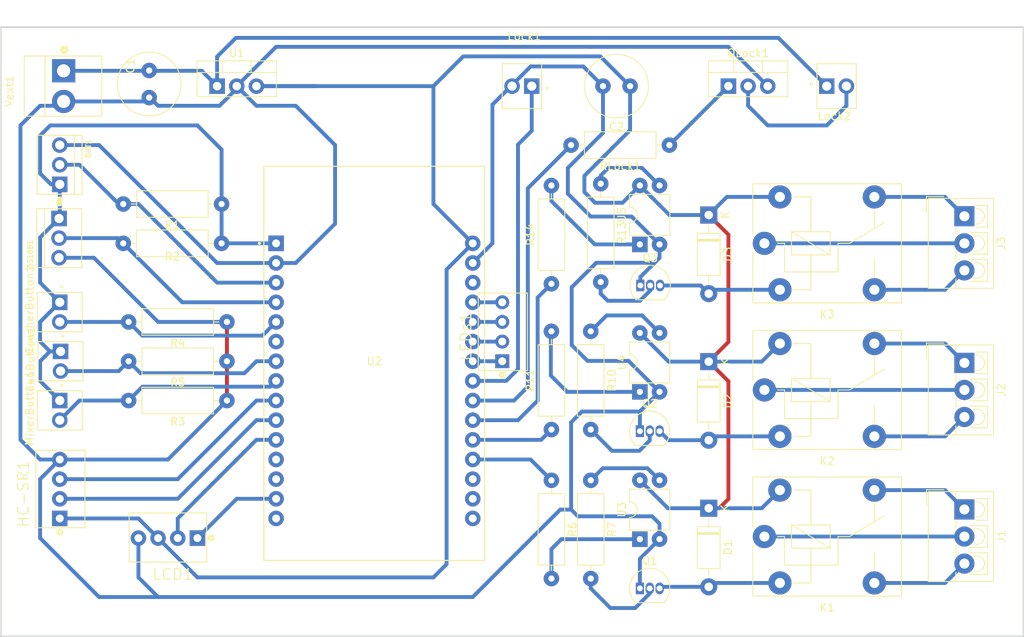
<source format=kicad_pcb>
(kicad_pcb (version 20221018) (generator pcbnew)
  (layers (0 "F.Cu" signal) (31 "B.Cu" signal) (34 "B.Paste" user) (35 "F.Paste" user) (36 "B.SilkS" user "B.Silkscreen") (37 "F.SilkS" user "F.Silkscreen") (38 "B.Mask" user) (39 "F.Mask" user) (44 "Edge.Cuts" user))
  (net 0 "")
  (net 1 "5V")
  (net 2 "GND")
  (net 3 "/VCC")
  (net 4 "/3V3")
  (net 5 "/CrusherBtn")
  (net 6 "Net-(J1-Pin_1)")
  (net 7 "Net-(D1-A)")
  (net 8 "Net-(D2-A)")
  (net 9 "Net-(D3-A)")
  (net 10 "/DHT")
  (net 11 "/DS18B20")
  (net 12 "/FanBtn")
  (net 13 "Net-(J3-Pin_1)")
  (net 14 "/Trig_HC-SR04")
  (net 15 "/Echo_HC-SR04")
  (net 16 "Net-(J1-Pin_2)")
  (net 17 "Net-(J1-Pin_3)")
  (net 18 "Net-(J2-Pin_1)")
  (net 19 "Net-(J2-Pin_2)")
  (net 20 "Net-(J2-Pin_3)")
  (net 21 "Net-(J3-Pin_2)")
  (net 22 "Net-(J3-Pin_3)")
  (net 23 "/LCD_SCL")
  (net 24 "/LCD_SDA")
  (net 25 "/Lid")
  (net 26 "Net-(QLock1-C)")
  (net 27 "/MixerBtn")
  (net 28 "Net-(Q1-B)")
  (net 29 "Net-(Q2-B)")
  (net 30 "Net-(Q3-B)")
  (net 31 "Net-(QLock1-B)")
  (net 32 "/Crusher")
  (net 33 "Net-(R6-Pad2)")
  (net 34 "Net-(R7-Pad1)")
  (net 35 "Net-(R10-Pad1)")
  (net 36 "/Mixer")
  (net 37 "Net-(R11-Pad2)")
  (net 38 "Net-(R13-Pad1)")
  (net 39 "/Fan")
  (net 40 "Net-(R14-Pad2)")
  (net 41 "/Lock")
  (net 48 "unconnected-(U2-D23-Pad15)")
  (net 49 "/Led1")
  (net 51 "/Led2")
  (net 52 "/Led3")
  (net 53 "/Led4")
  (footprint "TerminalBlock_4Ucon:TerminalBlock_4Ucon_1x03_P3.50mm_Vertical" (layer "F.Cu") (at 138.352 57.36 -90)
    (fp_text reference "J2" (at 3.5 -4.76 90) (layer "F.SilkS"))
    (fp_text value "MixerScrewTerminal1")
    (pad "1" thru_hole rect (at 0 0 270) (size 2.6 2.6) (drill 1.3) (layers "*.Cu" "*.Mask") (net 18 "Net-(J2-Pin_1)"))
    (pad "2" thru_hole circle (at 3.5 0 270) (size 2.6 2.6) (drill 1.3) (layers "*.Cu" "*.Mask") (net 19 "Net-(J2-Pin_2)"))
    (pad "3" thru_hole circle (at 7 0 270) (size 2.6 2.6) (drill 1.3) (layers "*.Cu" "*.Mask") (net 20 "Net-(J2-Pin_3)"))
  )
  (footprint "Conectores_Molex:Molex_100_3pines" (layer "F.Cu") (at 21.418134 41.236079 90)
    (fp_text reference "DS18B1" (at -2.064295 -3.706527 90) (layer "F.SilkS") (effects (font (size 0.630011 0.630011))))
    (fp_text value "Molex 0.100")
    (pad "1" thru_hole rect (at 2.54 0 90) (size 2 2) (drill 1.19) (layers "*.Cu" "*.Mask") (net 4 "/3V3"))
    (pad "2" thru_hole circle (at 0 0 90) (size 2 2) (drill 1.19) (layers "*.Cu" "*.Mask") (net 11 "/DS18B20"))
    (pad "3" thru_hole circle (at -2.54 0 90) (size 2 2) (drill 1.19) (layers "*.Cu" "*.Mask") (net 2 "GND"))
  )
  (footprint "Resistor_THT:R_Axial_DIN0309_L9.0mm_D3.2mm_P12.70mm_Horizontal" (layer "F.Cu") (at 43.102 62.23 180)
    (fp_text reference "R3" (at 6.35 -2.72) (layer "F.SilkS"))
    (fp_text value "10k")
    (pad "1" thru_hole circle (at 0 0 180) (size 2 2) (drill 0.8) (layers "*.Cu" "*.Mask") (net 2 "GND"))
    (pad "2" thru_hole oval (at 12.7 0 180) (size 2 2) (drill 0.8) (layers "*.Cu" "*.Mask") (net 27 "/MixerBtn"))
  )
  (footprint "Resistor_THT:R_Axial_DIN0309_L9.0mm_D3.2mm_P12.70mm_Horizontal" (layer "F.Cu") (at 85.012 72.54 -90)
    (fp_text reference "R6" (at 6.35 -2.72 90) (layer "F.SilkS"))
    (fp_text value "100")
    (pad "1" thru_hole circle (at 0 0 270) (size 2 2) (drill 0.8) (layers "*.Cu" "*.Mask") (net 32 "/Crusher"))
    (pad "2" thru_hole oval (at 12.7 0 270) (size 2 2) (drill 0.8) (layers "*.Cu" "*.Mask") (net 33 "Net-(R6-Pad2)"))
  )
  (footprint "Resistor_THT:R_Axial_DIN0309_L9.0mm_D3.2mm_P12.70mm_Horizontal" (layer "F.Cu") (at 42.412 36.83 180)
    (fp_text reference "R1" (at 6.35 -2.72) (layer "F.SilkS"))
    (fp_text value "4k7")
    (pad "1" thru_hole circle (at 0 0 180) (size 2 2) (drill 0.8) (layers "*.Cu" "*.Mask") (net 4 "/3V3"))
    (pad "2" thru_hole oval (at 12.7 0 180) (size 2 2) (drill 0.8) (layers "*.Cu" "*.Mask") (net 10 "/DHT"))
  )
  (footprint "Conectores_Molex:Molex_100_4pines" (layer "F.Cu") (at 78.662 53.34 90)
    (fp_text reference "LEDs1" (at -0.63545 -4.70238 90) (layer "F.SilkS") (effects (font (size 1.401008 1.401008))))
    (fp_text value "Molex 0.100")
    (pad "1" thru_hole rect (at -3.81 0 90) (size 1.8 1.8) (drill 1.02) (layers "*.Cu" "*.Mask") (net 49 "/Led1"))
    (pad "2" thru_hole circle (at -1.27 0 90) (size 1.8 1.8) (drill 1.02) (layers "*.Cu" "*.Mask") (net 51 "/Led2"))
    (pad "3" thru_hole circle (at 1.27 0 90) (size 1.8 1.8) (drill 1.02) (layers "*.Cu" "*.Mask") (net 52 "/Led3"))
    (pad "4" thru_hole circle (at 3.81 0 90) (size 1.8 1.8) (drill 1.02) (layers "*.Cu" "*.Mask") (net 53 "/Led4"))
  )
  (footprint "Conectores_Molex:Molex_100_2pines" (layer "F.Cu") (at 81.202 21.59)
    (fp_text reference "Lock1" (at 0.30039 -6.43021) (layer "F.SilkS") (effects (font (size 1.001339 1.001339))))
    (fp_text value "Molex 0.100")
    (pad "1" thru_hole rect (at 1.27 0) (size 2 2) (drill 1.19) (layers "*.Cu" "*.Mask") (net 25 "/Lid"))
    (pad "2" thru_hole circle (at -1.27 0) (size 2 2) (drill 1.19) (layers "*.Cu" "*.Mask") (net 2 "GND"))
  )
  (footprint "Package_DIP:DIP-4_W7.62mm" (layer "F.Cu") (at 96.437 42.05 90)
    (fp_text reference "U5" (at 3.81 -2.33 90) (layer "F.SilkS"))
    (fp_text value "PC817")
    (pad "1" thru_hole rect (at 0 0 90) (size 2 2) (drill 0.8) (layers "*.Cu" "*.Mask") (net 40 "Net-(R14-Pad2)"))
    (pad "2" thru_hole oval (at 0 2.54 90) (size 2 2) (drill 0.8) (layers "*.Cu" "*.Mask") (net 2 "GND"))
    (pad "3" thru_hole oval (at 7.62 2.54 90) (size 2 2) (drill 0.8) (layers "*.Cu" "*.Mask") (net 38 "Net-(R13-Pad1)"))
    (pad "4" thru_hole oval (at 7.62 0 90) (size 2 2) (drill 0.8) (layers "*.Cu" "*.Mask") (net 1 "5V"))
  )
  (footprint "Conectores_Molex:Molex_100_4pines" (layer "F.Cu") (at 21.512 73.66 90)
    (fp_text reference "HC-SR1" (at -0.63545 -4.70238 90) (layer "F.SilkS") (effects (font (size 1.401008 1.401008))))
    (fp_text value "Molex 0.100")
    (pad "1" thru_hole rect (at -3.81 0 90) (size 2 2) (drill 1.02) (layers "*.Cu" "*.Mask") (net 1 "5V"))
    (pad "2" thru_hole circle (at -1.27 0 90) (size 2 2) (drill 1.02) (layers "*.Cu" "*.Mask") (net 14 "/Trig_HC-SR04"))
    (pad "3" thru_hole circle (at 1.27 0 90) (size 2 2) (drill 1.02) (layers "*.Cu" "*.Mask") (net 15 "/Echo_HC-SR04"))
    (pad "4" thru_hole circle (at 3.81 0 90) (size 2 2) (drill 1.02) (layers "*.Cu" "*.Mask") (net 2 "GND"))
  )
  (footprint "Conectores_Molex:Molex_100_4pines" (layer "F.Cu") (at 35.482 80.01 180)
    (fp_text reference "LCD1" (at -0.63545 -4.70238) (layer "F.SilkS") (effects (font (size 1.401008 1.401008))))
    (fp_text value "Molex 0.100")
    (pad "1" thru_hole rect (at -3.81 0 180) (size 2 2) (drill 1.02) (layers "*.Cu" "*.Mask") (net 23 "/LCD_SCL"))
    (pad "2" thru_hole circle (at -1.27 0 180) (size 2 2) (drill 1.02) (layers "*.Cu" "*.Mask") (net 24 "/LCD_SDA"))
    (pad "3" thru_hole circle (at 1.27 0 180) (size 2 2) (drill 1.02) (layers "*.Cu" "*.Mask") (net 1 "5V"))
    (pad "4" thru_hole circle (at 3.81 0 180) (size 2 2) (drill 1.02) (layers "*.Cu" "*.Mask") (net 2 "GND"))
  )
  (footprint "Resistor_THT:R_Axial_DIN0309_L9.0mm_D3.2mm_P12.70mm_Horizontal" (layer "F.Cu") (at 91.379706 34.20655 -90)
    (fp_text reference "R13" (at 6.35 -2.72 90) (layer "F.SilkS"))
    (fp_text value "220")
    (pad "1" thru_hole circle (at 0 0 270) (size 2 2) (drill 0.8) (layers "*.Cu" "*.Mask") (net 38 "Net-(R13-Pad1)"))
    (pad "2" thru_hole oval (at 12.7 0 270) (size 2 2) (drill 0.8) (layers "*.Cu" "*.Mask") (net 30 "Net-(Q3-B)"))
  )
  (footprint "Resistor_THT:R_Axial_DIN0309_L9.0mm_D3.2mm_P12.70mm_Horizontal" (layer "F.Cu") (at 85.012 47.14 90)
    (fp_text reference "R14" (at 6.35 -2.72 90) (layer "F.SilkS"))
    (fp_text value "100")
    (pad "1" thru_hole circle (at 0 0 90) (size 2 2) (drill 0.8) (layers "*.Cu" "*.Mask") (net 39 "/Fan"))
    (pad "2" thru_hole oval (at 12.7 0 90) (size 2 2) (drill 0.8) (layers "*.Cu" "*.Mask") (net 40 "Net-(R14-Pad2)"))
  )
  (footprint "Relay_THT:Relay_SPDT_Finder_36.11" (layer "F.Cu") (at 112.522 60.86)
    (fp_text reference "K2" (at 8.1 9.2) (layer "F.SilkS"))
    (fp_text value "FINDER-36.11")
    (pad "11" thru_hole circle (at 0 0) (size 3 3) (drill 1.3) (layers "*.Cu" "*.Mask") (net 19 "Net-(J2-Pin_2)"))
    (pad "12" thru_hole circle (at 14.2 -6) (size 3 3) (drill 1.3) (layers "*.Cu" "*.Mask") (net 18 "Net-(J2-Pin_1)"))
    (pad "14" thru_hole circle (at 14.2 6) (size 3 3) (drill 1.3) (layers "*.Cu" "*.Mask") (net 20 "Net-(J2-Pin_3)"))
    (pad "A1" thru_hole circle (at 2 6) (size 3 3) (drill 1.3) (layers "*.Cu" "*.Mask") (net 8 "Net-(D2-A)"))
    (pad "A2" thru_hole circle (at 2 -6) (size 3 3) (drill 1.3) (layers "*.Cu" "*.Mask") (net 1 "5V"))
  )
  (footprint "Package_TO_SOT_THT:TO-220-3_Vertical" (layer "F.Cu") (at 107.872 21.59)
    (fp_text reference "QLock1" (at 2.54 -4.27) (layer "F.SilkS"))
    (fp_text value "TIP120")
    (pad "1" thru_hole rect (at 0 0) (size 2 2) (drill 1.1) (layers "*.Cu" "*.Mask") (net 31 "Net-(QLock1-B)"))
    (pad "2" thru_hole oval (at 2.54 0) (size 2 2) (drill 1.1) (layers "*.Cu" "*.Mask") (net 26 "Net-(QLock1-C)"))
    (pad "3" thru_hole oval (at 5.08 0) (size 2 2) (drill 1.1) (layers "*.Cu" "*.Mask") (net 2 "GND"))
  )
  (footprint "Capacitor_THT:C_Radial_D8.0mm_H7.0mm_P3.50mm" (layer "F.Cu") (at 95.172 21.59 180)
    (fp_text reference "C2" (at 1.75 -5.25) (layer "F.SilkS"))
    (fp_text value "100nF")
    (pad "1" thru_hole circle (at 0 0 180) (size 2 2) (drill 0.8) (layers "*.Cu" "*.Mask") (net 1 "5V"))
    (pad "2" thru_hole circle (at 3.5 0 180) (size 2 2) (drill 0.8) (layers "*.Cu" "*.Mask") (net 2 "GND"))
  )
  (footprint "Resistor_THT:R_Axial_DIN0309_L9.0mm_D3.2mm_P12.70mm_Horizontal" (layer "F.Cu") (at 43.102 52.07 180)
    (fp_text reference "R4" (at 6.35 -2.72) (layer "F.SilkS"))
    (fp_text value "10k")
    (pad "1" thru_hole circle (at 0 0 180) (size 2 2) (drill 0.8) (layers "*.Cu" "*.Mask") (net 2 "GND"))
    (pad "2" thru_hole oval (at 12.7 0 180) (size 2 2) (drill 0.8) (layers "*.Cu" "*.Mask") (net 5 "/CrusherBtn"))
  )
  (footprint "Capacitor_THT:C_Radial_D8.0mm_H7.0mm_P3.50mm" (layer "F.Cu") (at 33.062566 19.568233 -90)
    (fp_text reference "C1" (at -0.582771 2.419325 90) (layer "F.SilkS"))
    (fp_text value "33nF")
    (pad "1" thru_hole circle (at 0 0 270) (size 2 2) (drill 0.8) (layers "*.Cu" "*.Mask") (net 3 "/VCC"))
    (pad "2" thru_hole circle (at 3.5 0 270) (size 2 2) (drill 0.8) (layers "*.Cu" "*.Mask") (net 2 "GND"))
  )
  (footprint "Conectores_Molex:Molex_100_3pines" (layer "F.Cu") (at 21.512 31.75 -90)
    (fp_text reference "DHT1" (at -2.064295 -3.706527 90) (layer "F.SilkS") (effects (font (size 0.630011 0.630011))))
    (fp_text value "Molex 0.100")
    (pad "1" thru_hole rect (at 2.54 0 270) (size 2 2) (drill 1.19) (layers "*.Cu" "*.Mask") (net 4 "/3V3"))
    (pad "2" thru_hole circle (at 0 0 270) (size 2 2) (drill 1.19) (layers "*.Cu" "*.Mask") (net 10 "/DHT"))
    (pad "3" thru_hole circle (at -2.54 0 270) (size 2 2) (drill 1.19) (layers "*.Cu" "*.Mask") (net 2 "GND"))
  )
  (footprint "ESP32-DEVKIT-V1:MODULE_ESP32_DEVKIT_V1" (layer "F.Cu") (at 62.152 57.425)
    (fp_text reference "U2" (at 0 -0.275) (layer "F.SilkS"))
    (fp_text value "ESP32-DEVKIT-V1")
    (pad "" np_thru_hole circle (at -12.28 -23.475) (size 3 3) (drill 3) (layers "*.Cu" "*.Mask"))
    (pad "" np_thru_hole circle (at -12.28 23.475) (size 3 3) (drill 3) (layers "*.Cu" "*.Mask"))
    (pad "" np_thru_hole circle (at 12.23 -23.475) (size 3 3) (drill 3) (layers "*.Cu" "*.Mask"))
    (pad "" np_thru_hole circle (at 12.23 23.475) (size 3 3) (drill 3) (layers "*.Cu" "*.Mask"))
    (pad "1" thru_hole rect (at -12.7 -15.515) (size 2 2) (drill 1.02) (layers "*.Cu" "*.Mask") (net 4 "/3V3"))
    (pad "2" thru_hole circle (at -12.7 -12.975) (size 2 2) (drill 1.02) (layers "*.Cu" "*.Mask") (net 2 "GND"))
    (pad "3" thru_hole circle (at -12.7 -10.435) (size 2 2) (drill 1.02) (layers "*.Cu" "*.Mask") (net 10 "/DHT"))
    (pad "4" thru_hole circle (at -12.7 -7.895) (size 2 2) (drill 1.02) (layers "*.Cu" "*.Mask") (net 11 "/DS18B20"))
    (pad "5" thru_hole circle (at -12.7 -5.355) (size 2 2) (drill 1.02) (layers "*.Cu" "*.Mask") (net 5 "/CrusherBtn"))
    (pad "6" thru_hole circle (at -12.7 -2.815) (size 2 2) (drill 1.02) (layers "*.Cu" "*.Mask"))
    (pad "7" thru_hole circle (at -12.7 -0.275) (size 2 2) (drill 1.02) (layers "*.Cu" "*.Mask") (net 12 "/FanBtn"))
    (pad "8" thru_hole circle (at -12.7 2.265) (size 2 2) (drill 1.02) (layers "*.Cu" "*.Mask") (net 27 "/MixerBtn"))
    (pad "9" thru_hole circle (at -12.7 4.805) (size 2 2) (drill 1.02) (layers "*.Cu" "*.Mask") (net 15 "/Echo_HC-SR04"))
    (pad "10" thru_hole circle (at -12.7 7.345) (size 2 2) (drill 1.02) (layers "*.Cu" "*.Mask") (net 14 "/Trig_HC-SR04"))
    (pad "11" thru_hole circle (at -12.7 9.885) (size 2 2) (drill 1.02) (layers "*.Cu" "*.Mask") (net 24 "/LCD_SDA"))
    (pad "12" thru_hole circle (at -12.7 12.425) (size 2 2) (drill 1.02) (layers "*.Cu" "*.Mask"))
    (pad "13" thru_hole circle (at -12.7 14.965) (size 2 2) (drill 1.02) (layers "*.Cu" "*.Mask"))
    (pad "14" thru_hole circle (at -12.7 17.505) (size 2 2) (drill 1.02) (layers "*.Cu" "*.Mask") (net 23 "/LCD_SCL"))
    (pad "15" thru_hole circle (at -12.7 20.045) (size 2 2) (drill 1.02) (layers "*.Cu" "*.Mask") (net 48 "unconnected-(U2-D23-Pad15)"))
    (pad "16" thru_hole circle (at 12.7 20.045) (size 2 2) (drill 1.02) (layers "*.Cu" "*.Mask"))
    (pad "17" thru_hole circle (at 12.7 17.505) (size 2 2) (drill 1.02) (layers "*.Cu" "*.Mask"))
    (pad "18" thru_hole circle (at 12.7 14.965) (size 2 2) (drill 1.02) (layers "*.Cu" "*.Mask"))
    (pad "19" thru_hole circle (at 12.7 12.425) (size 2 2) (drill 1.02) (layers "*.Cu" "*.Mask") (net 32 "/Crusher"))
    (pad "20" thru_hole circle (at 12.7 9.885) (size 2 2) (drill 1.02) (layers "*.Cu" "*.Mask") (net 36 "/Mixer"))
    (pad "21" thru_hole circle (at 12.7 7.345) (size 2 2) (drill 1.02) (layers "*.Cu" "*.Mask") (net 39 "/Fan"))
    (pad "22" thru_hole circle (at 12.7 4.805) (size 2 2) (drill 1.02) (layers "*.Cu" "*.Mask") (net 41 "/Lock"))
    (pad "23" thru_hole circle (at 12.7 2.265) (size 2 2) (drill 1.02) (layers "*.Cu" "*.Mask") (net 25 "/Lid"))
    (pad "24" thru_hole circle (at 12.7 -0.275) (size 2 2) (drill 1.02) (layers "*.Cu" "*.Mask") (net 49 "/Led1"))
    (pad "25" thru_hole circle (at 12.7 -2.815) (size 2 2) (drill 1.02) (layers "*.Cu" "*.Mask") (net 51 "/Led2"))
    (pad "26" thru_hole circle (at 12.7 -5.355) (size 2 2) (drill 1.02) (layers "*.Cu" "*.Mask") (net 52 "/Led3"))
    (pad "27" thru_hole circle (at 12.7 -7.895) (size 2 2) (drill 1.02) (layers "*.Cu" "*.Mask") (net 53 "/Led4"))
    (pad "28" thru_hole circle (at 12.7 -10.435) (size 2 2) (drill 1.02) (layers "*.Cu" "*.Mask"))
    (pad "29" thru_hole circle (at 12.7 -12.975) (size 2 2) (drill 1.02) (layers "*.Cu" "*.Mask") (net 2 "GND"))
    (pad "30" thru_hole circle (at 12.7 -15.515) (size 2 2) (drill 1.02) (layers "*.Cu" "*.Mask") (net 1 "5V"))
  )
  (footprint "Resistor_THT:R_Axial_DIN0309_L9.0mm_D3.2mm_P12.70mm_Horizontal" (layer "F.Cu") (at 85.012 65.98 90)
    (fp_text reference "R11" (at 6.35 -2.72 90) (layer "F.SilkS"))
    (fp_text value "100")
    (pad "1" thru_hole circle (at 0 0 90) (size 2 2) (drill 0.8) (layers "*.Cu" "*.Mask") (net 36 "/Mixer"))
    (pad "2" thru_hole oval (at 12.7 0 90) (size 2 2) (drill 0.8) (layers "*.Cu" "*.Mask") (net 37 "Net-(R11-Pad2)"))
  )
  (footprint "Conectores_Molex:Molex_100_2pines" (layer "F.Cu") (at 121.842 21.59 180)
    (fp_text reference "Lock2" (at 0.30039 -3.89021) (layer "F.SilkS") (effects (font (size 1.001339 1.001339))))
    (fp_text value "Molex 0.100")
    (pad "1" thru_hole rect (at 1.27 0 180) (size 2 2) (drill 1.19) (layers "*.Cu" "*.Mask") (net 3 "/VCC"))
    (pad "2" thru_hole circle (at -1.27 0 180) (size 2 2) (drill 1.19) (layers "*.Cu" "*.Mask") (net 26 "Net-(QLock1-C)"))
  )
  (footprint "Resistor_THT:R_Axial_DIN0309_L9.0mm_D3.2mm_P12.70mm_Horizontal" (layer "F.Cu") (at 43.102 57.15 180)
    (fp_text reference "R5" (at 6.35 -2.72) (layer "F.SilkS"))
    (fp_text value "10k")
    (pad "1" thru_hole circle (at 0 0 180) (size 2 2) (drill 0.8) (layers "*.Cu" "*.Mask") (net 2 "GND"))
    (pad "2" thru_hole oval (at 12.7 0 180) (size 2 2) (drill 0.8) (layers "*.Cu" "*.Mask") (net 12 "/FanBtn"))
  )
  (footprint "Package_TO_SOT_THT:TO-220-3_Vertical" (layer "F.Cu") (at 41.832 21.59)
    (fp_text reference "U1" (at 2.54 -4.27) (layer "F.SilkS"))
    (fp_text value "LM7805_TO220")
    (pad "1" thru_hole rect (at 0 0) (size 2 2) (drill 1.1) (layers "*.Cu" "*.Mask") (net 3 "/VCC"))
    (pad "2" thru_hole oval (at 2.54 0) (size 2 2) (drill 1.1) (layers "*.Cu" "*.Mask") (net 2 "GND"))
    (pad "3" thru_hole oval (at 5.08 0) (size 2 2) (drill 1.1) (layers "*.Cu" "*.Mask") (net 1 "5V"))
  )
  (footprint "Diode_THT:D_DO-41_SOD81_P10.16mm_Horizontal" (layer "F.Cu") (at 105.332 76.15 -90)
    (fp_text reference "D1" (at 5.08 -2.47 90) (layer "F.SilkS"))
    (fp_text value "1N4007")
    (fp_text user "K" (at 0 -2.1 90) (layer "F.SilkS"))
    (pad "1" thru_hole rect (at 0 0 270) (size 2.2 2.2) (drill 1.1) (layers "*.Cu" "*.Mask") (net 1 "5V"))
    (pad "2" thru_hole oval (at 10.16 0 270) (size 2.2 2.2) (drill 1.1) (layers "*.Cu" "*.Mask") (net 7 "Net-(D1-A)"))
  )
  (footprint "Relay_THT:Relay_SPDT_Finder_36.11" (layer "F.Cu") (at 112.522 79.81)
    (fp_text reference "K1" (at 8.1 9.2) (layer "F.SilkS"))
    (fp_text value "FINDER-36.11")
    (pad "11" thru_hole circle (at 0 0) (size 3 3) (drill 1.3) (layers "*.Cu" "*.Mask") (net 16 "Net-(J1-Pin_2)"))
    (pad "12" thru_hole circle (at 14.2 -6) (size 3 3) (drill 1.3) (layers "*.Cu" "*.Mask") (net 6 "Net-(J1-Pin_1)"))
    (pad "14" thru_hole circle (at 14.2 6) (size 3 3) (drill 1.3) (layers "*.Cu" "*.Mask") (net 17 "Net-(J1-Pin_3)"))
    (pad "A1" thru_hole circle (at 2 6) (size 3 3) (drill 1.3) (layers "*.Cu" "*.Mask") (net 7 "Net-(D1-A)"))
    (pad "A2" thru_hole circle (at 2 -6) (size 3 3) (drill 1.3) (layers "*.Cu" "*.Mask") (net 1 "5V"))
  )
  (footprint "TerminalBlock_4Ucon:TerminalBlock_4Ucon_1x03_P3.50mm_Vertical" (layer "F.Cu") (at 138.352 76.31 -90)
    (fp_text reference "J1" (at 3.5 -4.76 90) (layer "F.SilkS"))
    (fp_text value "Screw_Terminal_Crusher1")
    (pad "1" thru_hole rect (at 0 0 270) (size 2.6 2.6) (drill 1.3) (layers "*.Cu" "*.Mask") (net 6 "Net-(J1-Pin_1)"))
    (pad "2" thru_hole circle (at 3.5 0 270) (size 2.6 2.6) (drill 1.3) (layers "*.Cu" "*.Mask") (net 16 "Net-(J1-Pin_2)"))
    (pad "3" thru_hole circle (at 7 0 270) (size 2.6 2.6) (drill 1.3) (layers "*.Cu" "*.Mask") (net 17 "Net-(J1-Pin_3)"))
  )
  (footprint "Relay_THT:Relay_SPDT_Finder_36.11" (layer "F.Cu") (at 112.522 41.91)
    (fp_text reference "K3" (at 8.1 9.2) (layer "F.SilkS"))
    (fp_text value "FINDER-36.11")
    (pad "11" thru_hole circle (at 0 0) (size 3 3) (drill 1.3) (layers "*.Cu" "*.Mask") (net 21 "Net-(J3-Pin_2)"))
    (pad "12" thru_hole circle (at 14.2 -6) (size 3 3) (drill 1.3) (layers "*.Cu" "*.Mask") (net 13 "Net-(J3-Pin_1)"))
    (pad "14" thru_hole circle (at 14.2 6) (size 3 3) (drill 1.3) (layers "*.Cu" "*.Mask") (net 22 "Net-(J3-Pin_3)"))
    (pad "A1" thru_hole circle (at 2 6) (size 3 3) (drill 1.3) (layers "*.Cu" "*.Mask") (net 9 "Net-(D3-A)"))
    (pad "A2" thru_hole circle (at 2 -6) (size 3 3) (drill 1.3) (layers "*.Cu" "*.Mask") (net 1 "5V"))
  )
  (footprint "Package_DIP:DIP-4_W7.62mm" (layer "F.Cu") (at 96.437 61.11 90)
    (fp_text reference "U4" (at 3.81 -2.33 90) (layer "F.SilkS"))
    (fp_text value "PC817")
    (pad "1" thru_hole rect (at 0 0 90) (size 2 2) (drill 0.8) (layers "*.Cu" "*.Mask") (net 37 "Net-(R11-Pad2)"))
    (pad "2" thru_hole oval (at 0 2.54 90) (size 2 2) (drill 0.8) (layers "*.Cu" "*.Mask") (net 2 "GND"))
    (pad "3" thru_hole oval (at 7.62 2.54 90) (size 2 2) (drill 0.8) (layers "*.Cu" "*.Mask") (net 35 "Net-(R10-Pad1)"))
    (pad "4" thru_hole oval (at 7.62 0 90) (size 2 2) (drill 0.8) (layers "*.Cu" "*.Mask") (net 1 "5V"))
  )
  (footprint "Diode_THT:D_DO-41_SOD81_P10.16mm_Horizontal" (layer "F.Cu") (at 105.332 57.2 -90)
    (fp_text reference "D2" (at 5.08 -2.47 90) (layer "F.SilkS"))
    (fp_text value "1N4007")
    (fp_text user "K" (at 0 -2.1 90) (layer "F.SilkS"))
    (pad "1" thru_hole rect (at 0 0 270) (size 2.2 2.2) (drill 1.1) (layers "*.Cu" "*.Mask") (net 1 "5V"))
    (pad "2" thru_hole oval (at 10.16 0 270) (size 2.2 2.2) (drill 1.1) (layers "*.Cu" "*.Mask") (net 8 "Net-(D2-A)"))
  )
  (footprint "TerminalBlock_4Ucon:TerminalBlock_4Ucon_1x03_P3.50mm_Vertical" (layer "F.Cu") (at 138.352 38.41 -90)
    (fp_text reference "J3" (at 3.5 -4.76 90) (layer "F.SilkS"))
    (fp_text value "FanScrewTerminal1")
    (pad "1" thru_hole rect (at 0 0 270) (size 2.6 2.6) (drill 1.3) (layers "*.Cu" "*.Mask") (net 13 "Net-(J3-Pin_1)"))
    (pad "2" thru_hole circle (at 3.5 0 270) (size 2.6 2.6) (drill 1.3) (layers "*.Cu" "*.Mask") (net 21 "Net-(J3-Pin_2)"))
    (pad "3" thru_hole circle (at 7 0 270) (size 2.6 2.6) (drill 1.3) (layers "*.Cu" "*.Mask") (net 22 "Net-(J3-Pin_3)"))
  )
  (footprint "Package_DIP:DIP-4_W7.62mm" (layer "F.Cu") (at 96.437 80.15 90)
    (fp_text reference "U3" (at 3.81 -2.33 90) (layer "F.SilkS"))
    (fp_text value "PC817")
    (pad "1" thru_hole rect (at 0 0 90) (size 2 2) (drill 0.8) (layers "*.Cu" "*.Mask") (net 33 "Net-(R6-Pad2)"))
    (pad "2" thru_hole oval (at 0 2.54 90) (size 2 2) (drill 0.8) (layers "*.Cu" "*.Mask") (net 2 "GND"))
    (pad "3" thru_hole oval (at 7.62 2.54 90) (size 2 2) (drill 0.8) (layers "*.Cu" "*.Mask") (net 34 "Net-(R7-Pad1)"))
    (pad "4" thru_hole oval (at 7.62 0 90) (size 2 2) (drill 0.8) (layers "*.Cu" "*.Mask") (net 1 "5V"))
  )
  (footprint "Package_TO_SOT_THT:TO-92_Inline" (layer "F.Cu") (at 96.497825 47.358645)
    (fp_text reference "Q3" (at 1.27 -3.56) (layer "F.SilkS"))
    (fp_text value "2N3904")
    (pad "1" thru_hole rect (at 0 0) (size 1.05 1.5) (drill 0.75) (layers "*.Cu" "*.Mask") (net 2 "GND"))
    (pad "2" thru_hole oval (at 1.27 0) (size 1.05 1.5) (drill 0.75) (layers "*.Cu" "*.Mask") (net 30 "Net-(Q3-B)"))
    (pad "3" thru_hole oval (at 2.54 0) (size 1.05 1.5) (drill 0.75) (layers "*.Cu" "*.Mask") (net 9 "Net-(D3-A)"))
  )
  (footprint "Conectores_Molex:Molex_100_2pines" (layer "F.Cu") (at 21.512 50.8 90)
    (fp_text reference "CrusherButton1" (at 0.30039 -3.89021 90) (layer "F.SilkS") (effects (font (size 1.001339 1.001339))))
    (fp_text value "Molex 0.100")
    (pad "1" thru_hole rect (at 1.27 0 90) (size 2 2) (drill 1.19) (layers "*.Cu" "*.Mask") (net 4 "/3V3"))
    (pad "2" thru_hole circle (at -1.27 0 90) (size 2 2) (drill 1.19) (layers "*.Cu" "*.Mask") (net 5 "/CrusherBtn"))
  )
  (footprint "Conectores_Molex:Molex_156_2pines" (layer "F.Cu") (at 22.008635 21.59 90)
    (fp_text reference "Vext1" (at -0.63551 -6.99071 90) (layer "F.SilkS") (effects (font (size 1.000819 1.000819))))
    (fp_text value "Molex 0.156")
    (pad "1" thru_hole rect (at 1.98 0 90) (size 3 3) (drill 1.7) (layers "*.Cu" "*.Mask") (net 3 "/VCC"))
    (pad "2" thru_hole circle (at -1.98 0 90) (size 3 3) (drill 1.7) (layers "*.Cu" "*.Mask") (net 2 "GND"))
  )
  (footprint "Conectores_Molex:Molex_100_2pines" (layer "F.Cu") (at 21.512 63.5 90)
    (fp_text reference "MixerButton1" (at 0.30039 -3.89021 90) (layer "F.SilkS") (effects (font (size 1.001339 1.001339))))
    (fp_text value "Molex 0.100")
    (pad "1" thru_hole rect (at 1.27 0 90) (size 2 2) (drill 1.19) (layers "*.Cu" "*.Mask") (net 4 "/3V3"))
    (pad "2" thru_hole circle (at -1.27 0 90) (size 2 2) (drill 1.19) (layers "*.Cu" "*.Mask") (net 27 "/MixerBtn"))
  )
  (footprint "Package_TO_SOT_THT:TO-92_Inline" (layer "F.Cu") (at 96.442 86.51)
    (fp_text reference "Q1" (at 1.27 -3.56) (layer "F.SilkS"))
    (fp_text value "2N3904")
    (pad "1" thru_hole rect (at 0 0) (size 1.05 1.5) (drill 0.75) (layers "*.Cu" "*.Mask") (net 2 "GND"))
    (pad "2" thru_hole oval (at 1.27 0) (size 1.05 1.5) (drill 0.75) (layers "*.Cu" "*.Mask") (net 28 "Net-(Q1-B)"))
    (pad "3" thru_hole oval (at 2.54 0) (size 1.05 1.5) (drill 0.75) (layers "*.Cu" "*.Mask") (net 7 "Net-(D1-A)"))
  )
  (footprint "Diode_THT:D_DO-41_SOD81_P10.16mm_Horizontal" (layer "F.Cu") (at 105.332 38.25 -90)
    (fp_text reference "D3" (at 5.08 -2.47 90) (layer "F.SilkS"))
    (fp_text value "1N4007")
    (fp_text user "K" (at 0 -2.1 90) (layer "F.SilkS"))
    (pad "1" thru_hole rect (at 0 0 270) (size 2.2 2.2) (drill 1.1) (layers "*.Cu" "*.Mask") (net 1 "5V"))
    (pad "2" thru_hole oval (at 10.16 0 270) (size 2.2 2.2) (drill 1.1) (layers "*.Cu" "*.Mask") (net 9 "Net-(D3-A)"))
  )
  (footprint "Resistor_THT:R_Axial_DIN0309_L9.0mm_D3.2mm_P12.70mm_Horizontal" (layer "F.Cu") (at 42.412 41.91 180)
    (fp_text reference "R2" (at 6.35 -1.72) (layer "F.SilkS"))
    (fp_text value "4k7")
    (pad "1" thru_hole circle (at 0 0 180) (size 2 2) (drill 0.8) (layers "*.Cu" "*.Mask") (net 4 "/3V3"))
    (pad "2" thru_hole oval (at 12.7 0 180) (size 2 2) (drill 0.8) (layers "*.Cu" "*.Mask") (net 11 "/DS18B20"))
  )
  (footprint "Package_TO_SOT_THT:TO-92_Inline" (layer "F.Cu") (at 96.442 66.19)
    (fp_text reference "Q2" (at 1.27 -3.56) (layer "F.SilkS"))
    (fp_text value "2N3904")
    (pad "1" thru_hole rect (at 0 0) (size 1.05 1.5) (drill 0.75) (layers "*.Cu" "*.Mask") (net 2 "GND"))
    (pad "2" thru_hole oval (at 1.27 0) (size 1.05 1.5) (drill 0.75) (layers "*.Cu" "*.Mask") (net 29 "Net-(Q2-B)"))
    (pad "3" thru_hole oval (at 2.54 0) (size 1.05 1.5) (drill 0.75) (layers "*.Cu" "*.Mask") (net 8 "Net-(D2-A)"))
  )
  (footprint "Resistor_THT:R_Axial_DIN0309_L9.0mm_D3.2mm_P12.70mm_Horizontal" (layer "F.Cu") (at 100.252 29.21 180)
    (fp_text reference "RLock1" (at 6.35 -2.72) (layer "F.SilkS"))
    (fp_text value "2k2")
    (pad "1" thru_hole circle (at 0 0 180) (size 2 2) (drill 0.8) (layers "*.Cu" "*.Mask") (net 31 "Net-(QLock1-B)"))
    (pad "2" thru_hole oval (at 12.7 0 180) (size 2 2) (drill 0.8) (layers "*.Cu" "*.Mask") (net 41 "/Lock"))
  )
  (footprint "Conectores_Molex:Molex_100_2pines" (layer "F.Cu") (at 21.616193 57.15 90)
    (fp_text reference "FanButton1" (at 0.30039 -3.89021 90) (layer "F.SilkS") (effects (font (size 1.001339 1.001339))))
    (fp_text value "Molex 0.100")
    (pad "1" thru_hole rect (at 1.27 0 90) (size 2 2) (drill 1.19) (layers "*.Cu" "*.Mask") (net 4 "/3V3"))
    (pad "2" thru_hole circle (at -1.27 0 90) (size 2 2) (drill 1.19) (layers "*.Cu" "*.Mask") (net 12 "/FanBtn"))
  )
  (footprint "Resistor_THT:R_Axial_DIN0309_L9.0mm_D3.2mm_P12.70mm_Horizontal" (layer "F.Cu") (at 90.092 53.28 -90)
    (fp_text reference "R10" (at 6.35 -2.72 90) (layer "F.SilkS"))
    (fp_text value "220")
    (pad "1" thru_hole circle (at 0 0 270) (size 2 2) (drill 0.8) (layers "*.Cu" "*.Mask") (net 35 "Net-(R10-Pad1)"))
    (pad "2" thru_hole oval (at 12.7 0 270) (size 2 2) (drill 0.8) (layers "*.Cu" "*.Mask") (net 29 "Net-(Q2-B)"))
  )
  (footprint "Resistor_THT:R_Axial_DIN0309_L9.0mm_D3.2mm_P12.70mm_Horizontal" (layer "F.Cu") (at 90.092 72.54 -90)
    (fp_text reference "R7" (at 6.35 -2.72 90) (layer "F.SilkS"))
    (fp_text value "220")
    (pad "1" thru_hole circle (at 0 0 270) (size 2 2) (drill 0.8) (layers "*.Cu" "*.Mask") (net 34 "Net-(R7-Pad1)"))
    (pad "2" thru_hole oval (at 12.7 0 270) (size 2 2) (drill 0.8) (layers "*.Cu" "*.Mask") (net 28 "Net-(Q1-B)"))
  )
  (gr_rect (start 13.892 13.97) (end 145.972 92.71) (stroke (width 0.2)) (fill none) (layer "Edge.Cuts"))
  (segment (start 107.872 40.79) (end 105.332 38.25) (width 0.5) (layer "F.Cu") (net 1))
  (segment (start 107.872 54.66) (end 107.872 40.79) (width 0.5) (layer "F.Cu") (net 1))
  (segment (start 105.332 76.15) (end 106.682 76.15) (width 0.5) (layer "F.Cu") (net 1))
  (segment (start 107.872 74.96) (end 107.872 59.74) (width 0.5) (layer "F.Cu") (net 1))
  (segment (start 107.872 59.74) (end 105.332 57.2) (width 0.5) (layer "F.Cu") (net 1))
  (segment (start 105.332 57.2) (end 107.872 54.66) (width 0.5) (layer "F.Cu") (net 1))
  (segment (start 106.682 76.15) (end 107.872 74.96) (width 0.5) (layer "F.Cu") (net 1))
  (segment (start 112.182 57.2) (end 105.332 57.2) (width 0.5) (layer "B.Cu") (net 1))
  (segment (start 100.057 76.15) (end 96.437 72.53) (width 0.5) (layer "B.Cu") (net 1))
  (segment (start 69.772 36.83) (end 69.772 21.59) (width 0.5) (layer "B.Cu") (net 1))
  (segment (start 71.474063 83.387937) (end 71.474063 45.287937) (width 0.5) (layer "B.Cu") (net 1))
  (segment (start 46.912 21.59) (end 54.532 21.59) (width 0.5) (layer "B.Cu") (net 1))
  (segment (start 96.437 34.43) (end 94.202502 36.664498) (width 0.5) (layer "B.Cu") (net 1))
  (segment (start 94.202502 36.664498) (end 90.653494 36.664498) (width 0.5) (layer "B.Cu") (net 1))
  (segment (start 105.332 38.25) (end 100.257 38.25) (width 0.5) (layer "B.Cu") (net 1))
  (segment (start 112.182 76.15) (end 114.522 73.81) (width 0.5) (layer "B.Cu") (net 1))
  (segment (start 100.257 38.25) (end 96.437 34.43) (width 0.5) (layer "B.Cu") (net 1))
  (segment (start 107.672 35.91) (end 105.332 38.25) (width 0.5) (layer "B.Cu") (net 1))
  (segment (start 31.672 77.47) (end 34.212 80.01) (width 0.5) (layer "B.Cu") (net 1))
  (segment (start 95.172 27.291452) (end 95.172 21.59) (width 0.5) (layer "B.Cu") (net 1))
  (segment (start 91.325051 17.743051) (end 95.172 21.59) (width 0.5) (layer "B.Cu") (net 1))
  (segment (start 34.212 80.01) (end 39.292 85.09) (width 0.5) (layer "B.Cu") (net 1))
  (segment (start 69.772 85.09) (end 71.474063 83.387937) (width 0.5) (layer "B.Cu") (net 1))
  (segment (start 96.437 53.49) (end 100.147 57.2) (width 0.5) (layer "B.Cu") (net 1))
  (segment (start 105.332 76.15) (end 100.057 76.15) (width 0.5) (layer "B.Cu") (net 1))
  (segment (start 73.618949 17.743051) (end 91.325051 17.743051) (width 0.5) (layer "B.Cu") (net 1))
  (segment (start 69.772 21.59) (end 73.618949 17.743051) (width 0.5) (layer "B.Cu") (net 1))
  (segment (start 46.912 21.59) (end 69.772 21.59) (width 0.5) (layer "B.Cu") (net 1))
  (segment (start 89.269042 33.19441) (end 95.172 27.291452) (width 0.5) (layer "B.Cu") (net 1))
  (segment (start 90.653494 36.664498) (end 89.269042 35.280046) (width 0.5) (layer "B.Cu") (net 1))
  (segment (start 105.332 76.15) (end 112.182 76.15) (width 0.5) (layer "B.Cu") (net 1))
  (segment (start 21.512 77.47) (end 31.672 77.47) (width 0.5) (layer "B.Cu") (net 1))
  (segment (start 71.474063 45.287937) (end 74.852 41.91) (width 0.5) (layer "B.Cu") (net 1))
  (segment (start 74.852 41.91) (end 69.772 36.83) (width 0.5) (layer "B.Cu") (net 1))
  (segment (start 89.269042 35.280046) (end 89.269042 33.19441) (width 0.5) (layer "B.Cu") (net 1))
  (segment (start 114.522 54.86) (end 112.182 57.2) (width 0.5) (layer "B.Cu") (net 1))
  (segment (start 100.147 57.2) (end 105.332 57.2) (width 0.5) (layer "B.Cu") (net 1))
  (segment (start 39.292 85.09) (end 69.772 85.09) (width 0.5) (layer "B.Cu") (net 1))
  (segment (start 114.522 35.91) (end 107.672 35.91) (width 0.5) (layer "B.Cu") (net 1))
  (segment (start 43.102 52.07) (end 43.102 57.15) (width 0.5) (layer "F.Cu") (net 2))
  (segment (start 43.102 62.23) (end 43.102 57.15) (width 0.5) (layer "F.Cu") (net 2))
  (segment (start 22.008635 23.57) (end 33.652 23.57) (width 0.5) (layer "B.Cu") (net 2))
  (segment (start 88.438209 77.194341) (end 87.572934 76.329066) (width 0.5) (layer "B.Cu") (net 2))
  (segment (start 51.992 44.45) (end 57.072 39.37) (width 0.5) (layer "B.Cu") (net 2))
  (segment (start 91.672 21.59) (end 91.672 27.63) (width 0.5) (layer "B.Cu") (net 2))
  (segment (start 87.572934 76.329066) (end 86.152934 76.329066) (width 0.5) (layer "B.Cu") (net 2))
  (segment (start 18.972 72.39) (end 21.512 69.85) (width 0.5) (layer "B.Cu") (net 2))
  (segment (start 16.432 67.31) (end 18.972 69.85) (width 0.5) (layer "B.Cu") (net 2))
  (segment (start 82.327 19.05) (end 77.392 23.985) (width 0.5) (layer "B.Cu") (net 2))
  (segment (start 98.977 61.11) (end 96.442 63.645) (width 0.5) (layer "B.Cu") (net 2))
  (segment (start 91.672 21.59) (end 89.132 19.05) (width 0.5) (layer "B.Cu") (net 2))
  (segment (start 96.442 63.645) (end 96.437 63.65) (width 0.5) (layer "B.Cu") (net 2))
  (segment (start 34.212 52.07) (end 43.102 52.07) (width 0.5) (layer "B.Cu") (net 2))
  (segment (start 33.652 23.57) (end 34.212 24.13) (width 0.5) (layer "B.Cu") (net 2))
  (segment (start 44.372 21.9025) (end 44.372 21.59) (width 0.5) (layer "B.Cu") (net 2))
  (segment (start 98.019033 77.194341) (end 88.575444 77.194341) (width 0.5) (layer "B.Cu") (net 2))
  (segment (start 88.954583 63.65) (end 87.552 65.052583) (width 0.5) (layer "B.Cu") (net 2))
  (segment (start 96.497825 46.265421) (end 98.342348 44.420898) (width 0.5) (layer "B.Cu") (net 2))
  (segment (start 41.832 44.45) (end 49.452 44.45) (width 0.5) (layer "B.Cu") (net 2))
  (segment (start 90.092 16.51) (end 107.872 16.51) (width 0.5) (layer "B.Cu") (net 2))
  (segment (start 94.975105 57.108105) (end 89.676808 57.108105) (width 0.5) (layer "B.Cu") (net 2))
  (segment (start 96.442 86.51) (end 96.442 82.685) (width 0.5) (layer "B.Cu") (net 2))
  (segment (start 107.872 16.51) (end 112.952 21.59) (width 0.5) (layer "B.Cu") (net 2))
  (segment (start 26.592 87.63) (end 18.972 80.01) (width 0.5) (layer "B.Cu") (net 2))
  (segment (start 26.592 29.21) (end 41.832 44.45) (width 0.5) (layer "B.Cu") (net 2))
  (segment (start 57.072 39.37) (end 57.072 29.21) (width 0.5) (layer "B.Cu") (net 2))
  (segment (start 88.575444 77.194341) (end 88.438209 77.194341) (width 0.5) (layer "B.Cu") (net 2))
  (segment (start 49.452 44.45) (end 51.992 44.45) (width 0.5) (layer "B.Cu") (net 2))
  (segment (start 90.802623 44.420898) (end 98.342348 44.420898) (width 0.5) (layer "B.Cu") (net 2))
  (segment (start 21.512 29.21) (end 26.592 29.21) (width 0.5) (layer "B.Cu") (net 2))
  (segment (start 77.392 23.985) (end 77.392 41.91) (width 0.5) (layer "B.Cu") (net 2))
  (segment (start 22.008635 23.57) (end 21.448635 24.13) (width 0.5) (layer "B.Cu") (net 2))
  (segment (start 96.437 63.65) (end 88.954583 63.65) (width 0.5) (layer "B.Cu") (net 2))
  (segment (start 87.13416 32.16784) (end 87.13416 35.49216) (width 0.5) (layer "B.Cu") (net 2))
  (segment (start 95.377 38.45) (end 98.977 42.05) (width 0.5) (layer "B.Cu") (net 2))
  (segment (start 87.635737 55.067034) (end 87.635737 47.587784) (width 0.5) (layer "B.Cu") (net 2))
  (segment (start 57.072 29.21) (end 51.992 24.13) (width 0.5) (layer "B.Cu") (net 2))
  (segment (start 87.552 65.052583) (end 87.552 76.308132) (width 0.5) (layer "B.Cu") (net 2))
  (segment (start 89.132 19.05) (end 82.327 19.05) (width 0.5) (layer "B.Cu") (net 2))
  (segment (start 96.442 82.685) (end 98.977 80.15) (width 0.5) (layer "B.Cu") (net 2))
  (segment (start 98.977 80.15) (end 98.977 78.152308) (width 0.5) (layer "B.Cu") (net 2))
  (segment (start 98.342348 44.420898) (end 98.977 43.786246) (width 0.5) (layer "B.Cu") (net 2))
  (segment (start 42.1445 24.13) (end 44.372 21.9025) (width 0.5) (layer "B.Cu") (net 2))
  (segment (start 49.452 16.51) (end 90.092 16.51) (width 0.5) (layer "B.Cu") (net 2))
  (segment (start 31.672 80.01) (end 31.672 85.09) (width 0.5) (layer "B.Cu") (net 2))
  (segment (start 51.992 24.13) (end 46.912 24.13) (width 0.5) (layer "B.Cu") (net 2))
  (segment (start 21.512 69.85) (end 35.482 69.85) (width 0.5) (layer "B.Cu") (net 2))
  (segment (start 88.396341 77.194341) (end 88.438209 77.194341) (width 0.5) (layer "B.Cu") (net 2))
  (segment (start 16.432 26.67) (end 16.432 67.31) (width 0.5) (layer "B.Cu") (net 2))
  (segment (start 21.418134 43.776079) (end 25.918079 43.776079) (width 0.5) (layer "B.Cu") (net 2))
  (segment (start 96.437 63.65) (end 98.977 61.11) (width 0.5) (layer "B.Cu") (net 2))
  (segment (start 18.972 69.85) (end 21.512 69.85) (width 0.5) (layer "B.Cu") (net 2))
  (segment (start 96.442 63.645) (end 96.442 66.19) (width 0.5) (layer "B.Cu") (net 2))
  (segment (start 74.852 87.63) (end 26.592 87.63) (width 0.5) (layer "B.Cu") (net 2))
  (segment (start 98.977 78.152308) (end 98.019033 77.194341) (width 0.5) (layer "B.Cu") (net 2))
  (segment (start 98.977 61.11) (end 94.975105 57.108105) (width 0.5) (layer "B.Cu") (net 2))
  (segment (start 46.912 24.13) (end 44.372 21.59) (width 0.5) (layer "B.Cu") (net 2))
  (segment (start 90.092 38.45) (end 95.377 38.45) (width 0.5) (layer "B.Cu") (net 2))
  (segment (start 35.482 69.85) (end 43.102 62.23) (width 0.5) (layer "B.Cu") (net 2))
  (segment (start 77.392 41.91) (end 74.852 44.45) (width 0.5) (layer "B.Cu") (net 2))
  (segment (start 96.497825 47.358645) (end 96.497825 46.265421) (width 0.5) (layer "B.Cu") (net 2))
  (segment (start 98.977 43.786246) (end 98.977 42.05) (width 0.5) (layer "B.Cu") (net 2))
  (segment (start 91.672 27.63) (end 87.13416 32.16784) (width 0.5) (layer "B.Cu") (net 2))
  (segment (start 86.152934 76.329066) (end 74.852 87.63) (width 0.5) (layer "B.Cu") (net 2))
  (segment (start 18.972 80.01) (end 18.972 72.39) (width 0.5) (layer "B.Cu") (net 2))
  (segment (start 18.972 24.13) (end 16.432 26.67) (width 0.5) (layer "B.Cu") (net 2))
  (segment (start 89.676808 57.108105) (end 87.635737 55.067034) (width 0.5) (layer "B.Cu") (net 2))
  (segment (start 34.212 24.13) (end 42.1445 24.13) (width 0.5) (layer "B.Cu") (net 2))
  (segment (start 87.635737 47.587784) (end 90.802623 44.420898) (width 0.5) (layer "B.Cu") (net 2))
  (segment (start 87.13416 35.49216) (end 90.092 38.45) (width 0.5) (layer "B.Cu") (net 2))
  (segment (start 31.672 85.09) (end 34.212 87.63) (width 0.5) (layer "B.Cu") (net 2))
  (segment (start 25.918079 43.776079) (end 34.212 52.07) (width 0.5) (layer "B.Cu") (net 2))
  (segment (start 21.448635 24.13) (end 18.972 24.13) (width 0.5) (layer "B.Cu") (net 2))
  (segment (start 44.372 21.59) (end 49.452 16.51) (width 0.5) (layer "B.Cu") (net 2))
  (segment (start 44.262434 15.349566) (end 41.832 17.78) (width 0.5) (layer "B.Cu") (net 3))
  (segment (start 22.008635 19.61) (end 32.953844 19.61) (width 0.5) (layer "B.Cu") (net 3))
  (segment (start 39.852 19.61) (end 41.832 21.59) (width 0.5) (layer "B.Cu") (net 3))
  (segment (start 33.123911 19.780067) (end 32.953844 19.61) (width 0.5) (layer "B.Cu") (net 3))
  (segment (start 41.832 17.78) (end 41.832 21.59) (width 0.5) (layer "B.Cu") (net 3))
  (segment (start 34.212 19.61) (end 39.852 19.61) (width 0.5) (layer "B.Cu") (net 3))
  (segment (start 32.953844 19.61) (end 34.212 19.61) (width 0.5) (layer "B.Cu") (net 3))
  (segment (start 120.572 21.59) (end 114.331566 15.349566) (width 0.5) (layer "B.Cu") (net 3))
  (segment (start 114.331566 15.349566) (end 44.262434 15.349566) (width 0.5) (layer "B.Cu") (net 3))
  (segment (start 21.512 38.602213) (end 21.418134 38.696079) (width 0.5) (layer "B.Cu") (net 4))
  (segment (start 20.242 55.88) (end 18.972 54.61) (width 0.5) (layer "B.Cu") (net 4))
  (segment (start 20.242 55.88) (end 21.616193 55.88) (width 0.5) (layer "B.Cu") (net 4))
  (segment (start 20.390318 34.29) (end 21.512 34.29) (width 0.5) (layer "B.Cu") (net 4))
  (segment (start 20.283687 26.67) (end 18.972 27.981687) (width 0.5) (layer "B.Cu") (net 4))
  (segment (start 18.972 52.07) (end 18.972 54.61) (width 0.5) (layer "B.Cu") (net 4))
  (segment (start 39.292 26.67) (end 20.283687 26.67) (width 0.5) (layer "B.Cu") (net 4))
  (segment (start 42.412 29.79) (end 39.292 26.67) (width 0.5) (layer "B.Cu") (net 4))
  (segment (start 21.512 34.29) (end 21.512 38.602213) (width 0.5) (layer "B.Cu") (net 4))
  (segment (start 18.972 32.871682) (end 20.390318 34.29) (width 0.5) (layer "B.Cu") (net 4))
  (segment (start 18.972 57.15) (end 20.242 55.88) (width 0.5) (layer "B.Cu") (net 4))
  (segment (start 21.418134 38.696079) (end 18.972 41.142213) (width 0.5) (layer "B.Cu") (net 4))
  (segment (start 42.412 36.83) (end 42.412 29.79) (width 0.5) (layer "B.Cu") (net 4))
  (segment (start 18.972 46.99) (end 21.512 49.53) (width 0.5) (layer "B.Cu") (net 4))
  (segment (start 21.512 49.53) (end 18.972 52.07) (width 0.5) (layer "B.Cu") (net 4))
  (segment (start 18.972 27.981687) (end 18.972 32.871682) (width 0.5) (layer "B.Cu") (net 4))
  (segment (start 18.972 59.69) (end 18.972 57.15) (width 0.5) (layer "B.Cu") (net 4))
  (segment (start 18.972 41.142213) (end 18.972 46.99) (width 0.5) (layer "B.Cu") (net 4))
  (segment (start 42.412 41.91) (end 42.412 36.83) (width 0.5) (layer "B.Cu") (net 4))
  (segment (start 49.452 41.91) (end 42.412 41.91) (width 0.5) (layer "B.Cu") (net 4))
  (segment (start 21.512 62.23) (end 18.972 59.69) (width 0.5) (layer "B.Cu") (net 4))
  (segment (start 32.169737 53.837737) (end 47.684263 53.837737) (width 0.5) (layer "B.Cu") (net 5))
  (segment (start 30.402 52.07) (end 21.512 52.07) (width 0.5) (layer "B.Cu") (net 5))
  (segment (start 47.684263 53.837737) (end 49.452 52.07) (width 0.5) (layer "B.Cu") (net 5))
  (segment (start 30.402 52.07) (end 32.169737 53.837737) (width 0.5) (layer "B.Cu") (net 5))
  (segment (start 126.722 73.81) (end 135.852 73.81) (width 0.5) (layer "B.Cu") (net 6))
  (segment (start 135.852 73.81) (end 138.352 76.31) (width 0.5) (layer "B.Cu") (net 6))
  (segment (start 105.332 86.31) (end 99.182 86.31) (width 0.5) (layer "B.Cu") (net 7))
  (segment (start 105.832 85.81) (end 105.332 86.31) (width 0.5) (layer "B.Cu") (net 7))
  (segment (start 99.182 86.31) (end 98.982 86.51) (width 0.5) (layer "B.Cu") (net 7))
  (segment (start 114.522 85.81) (end 105.832 85.81) (width 0.5) (layer "B.Cu") (net 7))
  (segment (start 100.152 67.36) (end 98.982 66.19) (width 0.5) (layer "B.Cu") (net 8))
  (segment (start 105.332 67.36) (end 100.152 67.36) (width 0.5) (layer "B.Cu") (net 8))
  (segment (start 105.832 66.86) (end 105.332 67.36) (width 0.5) (layer "B.Cu") (net 8))
  (segment (start 114.522 66.86) (end 105.832 66.86) (width 0.5) (layer "B.Cu") (net 8))
  (segment (start 104.280645 47.358645) (end 105.332 48.41) (width 0.5) (layer "B.Cu") (net 9))
  (segment (start 99.037825 47.358645) (end 104.280645 47.358645) (width 0.5) (layer "B.Cu") (net 9))
  (segment (start 114.522 47.91) (end 105.832 47.91) (width 0.5) (layer "B.Cu") (net 9))
  (segment (start 105.832 47.91) (end 105.332 48.41) (width 0.5) (layer "B.Cu") (net 9))
  (segment (start 29.712 36.83) (end 31.672 36.83) (width 0.5) (layer "B.Cu") (net 10))
  (segment (start 29.132 36.83) (end 29.712 36.83) (width 0.5) (layer "B.Cu") (net 10))
  (segment (start 24.052 31.75) (end 29.132 36.83) (width 0.5) (layer "B.Cu") (net 10))
  (segment (start 31.672 36.83) (end 41.832 46.99) (width 0.5) (layer "B.Cu") (net 10))
  (segment (start 21.512 31.75) (end 24.052 31.75) (width 0.5) (layer "B.Cu") (net 10))
  (segment (start 41.832 46.99) (end 49.452 46.99) (width 0.5) (layer "B.Cu") (net 10))
  (segment (start 29.712 41.91) (end 37.332 49.53) (width 0.5) (layer "B.Cu") (net 11))
  (segment (start 21.418134 41.236079) (end 29.038079 41.236079) (width 0.5) (layer "B.Cu") (net 11))
  (segment (start 37.332 49.53) (end 49.452 49.53) (width 0.5) (layer "B.Cu") (net 11))
  (segment (start 29.038079 41.236079) (end 29.712 41.91) (width 0.5) (layer "B.Cu") (net 11))
  (segment (start 29.132 58.42) (end 30.402 57.15) (width 0.5) (layer "B.Cu") (net 12))
  (segment (start 45.362983 58.699017) (end 46.912 57.15) (width 0.5) (layer "B.Cu") (net 12))
  (segment (start 46.912 57.15) (end 49.452 57.15) (width 0.5) (layer "B.Cu") (net 12))
  (segment (start 31.951017 58.699017) (end 45.362983 58.699017) (width 0.5) (layer "B.Cu") (net 12))
  (segment (start 30.402 57.15) (end 31.951017 58.699017) (width 0.5) (layer "B.Cu") (net 12))
  (segment (start 21.616193 58.42) (end 29.132 58.42) (width 0.5) (layer "B.Cu") (net 12))
  (segment (start 135.852 35.91) (end 138.352 38.41) (width 0.5) (layer "B.Cu") (net 13))
  (segment (start 126.722 35.91) (end 135.852 35.91) (width 0.5) (layer "B.Cu") (net 13))
  (segment (start 21.512 74.93) (end 36.752 74.93) (width 0.5) (layer "B.Cu") (net 14))
  (segment (start 36.752 74.93) (end 46.912 64.77) (width 0.5) (layer "B.Cu") (net 14))
  (segment (start 46.912 64.77) (end 49.452 64.77) (width 0.5) (layer "B.Cu") (net 14))
  (segment (start 46.912 62.23) (end 36.752 72.39) (width 0.5) (layer "B.Cu") (net 15))
  (segment (start 49.452 62.23) (end 46.912 62.23) (width 0.5) (layer "B.Cu") (net 15))
  (segment (start 36.752 72.39) (end 21.512 72.39) (width 0.5) (layer "B.Cu") (net 15))
  (segment (start 112.522 79.81) (end 138.352 79.81) (width 0.5) (layer "B.Cu") (net 16))
  (segment (start 138.352 83.31) (end 135.852 85.81) (width 0.5) (layer "B.Cu") (net 17))
  (segment (start 135.852 85.81) (end 126.722 85.81) (width 0.5) (layer "B.Cu") (net 17))
  (segment (start 126.722 54.86) (end 135.852 54.86) (width 0.5) (layer "B.Cu") (net 18))
  (segment (start 135.852 54.86) (end 138.352 57.36) (width 0.5) (layer "B.Cu") (net 18))
  (segment (start 138.352 60.86) (end 112.522 60.86) (width 0.5) (layer "B.Cu") (net 19))
  (segment (start 135.852 66.86) (end 126.722 66.86) (width 0.5) (layer "B.Cu") (net 20))
  (segment (start 138.352 64.36) (end 135.852 66.86) (width 0.5) (layer "B.Cu") (net 20))
  (segment (start 138.352 41.91) (end 112.522 41.91) (width 0.5) (layer "B.Cu") (net 21))
  (segment (start 138.352 45.41) (end 135.852 47.91) (width 0.5) (layer "B.Cu") (net 22))
  (segment (start 135.852 47.91) (end 126.722 47.91) (width 0.5) (layer "B.Cu") (net 22))
  (segment (start 49.452 74.93) (end 44.372 74.93) (width 0.5) (layer "B.Cu") (net 23))
  (segment (start 44.372 74.93) (end 39.292 80.01) (width 0.5) (layer "B.Cu") (net 23))
  (segment (start 49.177 75.205) (end 49.452 74.93) (width 0.5) (layer "B.Cu") (net 23))
  (segment (start 36.752 77.47) (end 36.752 80.01) (width 0.5) (layer "B.Cu") (net 24))
  (segment (start 49.452 67.31) (end 46.912 67.31) (width 0.5) (layer "B.Cu") (net 24))
  (segment (start 46.912 67.31) (end 36.752 77.47) (width 0.5) (layer "B.Cu") (net 24))
  (segment (start 80.694 58.166) (end 80.694 29.141056) (width 0.5) (layer "B.Cu") (net 25))
  (segment (start 80.694 29.141056) (end 82.472 27.363056) (width 0.5) (layer "B.Cu") (net 25))
  (segment (start 74.852 59.69) (end 79.17 59.69) (width 0.5) (layer "B.Cu") (net 25))
  (segment (start 79.17 59.69) (end 80.694 58.166) (width 0.5) (layer "B.Cu") (net 25))
  (segment (start 82.472 27.363056) (end 82.472 21.59) (width 0.5) (layer "B.Cu") (net 25))
  (segment (start 110.412 24.13) (end 112.952 26.67) (width 0.5) (layer "B.Cu") (net 26))
  (segment (start 123.112 24.13) (end 123.112 21.59) (width 0.5) (layer "B.Cu") (net 26))
  (segment (start 112.952 26.67) (end 120.572 26.67) (width 0.5) (layer "B.Cu") (net 26))
  (segment (start 120.572 26.67) (end 123.112 24.13) (width 0.5) (layer "B.Cu") (net 26))
  (segment (start 110.412 21.59) (end 110.412 24.13) (width 0.5) (layer "B.Cu") (net 26))
  (segment (start 32.194219 60.437781) (end 48.704219 60.437781) (width 0.5) (layer "B.Cu") (net 27))
  (segment (start 48.704219 60.437781) (end 49.452 59.69) (width 0.5) (layer "B.Cu") (net 27))
  (segment (start 24.052 62.23) (end 30.402 62.23) (width 0.5) (layer "B.Cu") (net 27))
  (segment (start 21.512 64.77) (end 24.052 62.23) (width 0.5) (layer "B.Cu") (net 27))
  (segment (start 30.402 62.23) (end 32.194219 60.437781) (width 0.5) (layer "B.Cu") (net 27))
  (segment (start 95.827 89.05) (end 92.632 89.05) (width 0.5) (layer "B.Cu") (net 28))
  (segment (start 92.632 89.05) (end 90.092 86.51) (width 0.5) (layer "B.Cu") (net 28))
  (segment (start 90.092 86.51) (end 90.092 85.24) (width 0.5) (layer "B.Cu") (net 28))
  (segment (start 97.712 87.165) (end 95.827 89.05) (width 0.5) (layer "B.Cu") (net 28))
  (segment (start 97.712 86.51) (end 97.712 87.165) (width 0.5) (layer "B.Cu") (net 28))
  (segment (start 92.842 68.73) (end 96.37222 68.73) (width 0.5) (layer "B.Cu") (net 29))
  (segment (start 90.092 65.98) (end 92.842 68.73) (width 0.5) (layer "B.Cu") (net 29))
  (segment (start 97.712 67.39022) (end 96.37222 68.73) (width 0.5) (layer "B.Cu") (net 29))
  (segment (start 97.712 66.19) (end 97.712 67.39022) (width 0.5) (layer "B.Cu") (net 29))
  (segment (start 96.445719 49.335751) (end 97.767825 48.013645) (width 0.5) (layer "B.Cu") (net 30))
  (segment (start 97.767825 48.013645) (end 97.767825 47.358645) (width 0.5) (layer "B.Cu") (net 30))
  (segment (start 91.379706 46.90655) (end 91.379706 48.427706) (width 0.5) (layer "B.Cu") (net 30))
  (segment (start 91.379706 48.427706) (end 92.287751 49.335751) (width 0.5) (layer "B.Cu") (net 30))
  (segment (start 92.287751 49.335751) (end 96.445719 49.335751) (width 0.5) (layer "B.Cu") (net 30))
  (segment (start 107.872 21.59) (end 100.252 29.21) (width 0.5) (layer "B.Cu") (net 31))
  (segment (start 74.852 69.85) (end 82.322 69.85) (width 0.5) (layer "B.Cu") (net 32))
  (segment (start 82.322 69.85) (end 85.012 72.54) (width 0.5) (layer "B.Cu") (net 32))
  (segment (start 96.437 80.15) (end 86.292 80.15) (width 0.5) (layer "B.Cu") (net 33))
  (segment (start 85.012 81.43) (end 85.012 85.24) (width 0.5) (layer "B.Cu") (net 33))
  (segment (start 86.292 80.15) (end 85.012 81.43) (width 0.5) (layer "B.Cu") (net 33))
  (segment (start 98.977 72.53) (end 97.857162 71.410163) (width 0.5) (layer "B.Cu") (net 34))
  (segment (start 97.848028 71.410163) (end 97.418407 70.980542) (width 0.5) (layer "B.Cu") (net 34))
  (segment (start 97.857162 71.410163) (end 97.848028 71.410163) (width 0.5) (layer "B.Cu") (net 34))
  (segment (start 91.651458 70.980542) (end 90.092 72.54) (width 0.5) (layer "B.Cu") (net 34))
  (segment (start 97.418407 70.980542) (end 91.651458 70.980542) (width 0.5) (layer "B.Cu") (net 34))
  (segment (start 96.716121 51.229121) (end 98.977 53.49) (width 0.5) (layer "B.Cu") (net 35))
  (segment (start 90.092 53.28) (end 92.142879 51.229121) (width 0.5) (layer "B.Cu") (net 35))
  (segment (start 92.142879 51.229121) (end 96.716121 51.229121) (width 0.5) (layer "B.Cu") (net 35))
  (segment (start 83.682 67.31) (end 85.012 65.98) (width 0.5) (layer "B.Cu") (net 36))
  (segment (start 74.852 67.31) (end 83.682 67.31) (width 0.5) (layer "B.Cu") (net 36))
  (segment (start 84.938731 53.353269) (end 85.012 53.28) (width 0.5) (layer "B.Cu") (net 37))
  (segment (start 87.039115 61.11) (end 84.938731 59.009616) (width 0.5) (layer "B.Cu") (net 37))
  (segment (start 96.437 61.11) (end 87.039115 61.11) (width 0.5) (layer "B.Cu") (net 37))
  (segment (start 84.938731 59.009616) (end 84.938731 53.353269) (width 0.5) (layer "B.Cu") (net 37))
  (segment (start 96.712165 32.165165) (end 98.977 34.43) (width 0.5) (layer "B.Cu") (net 38))
  (segment (start 91.379706 33.152294) (end 92.366835 32.165165) (width 0.5) (layer "B.Cu") (net 38))
  (segment (start 92.366835 32.165165) (end 96.712165 32.165165) (width 0.5) (layer "B.Cu") (net 38))
  (segment (start 91.379706 34.20655) (end 91.379706 33.152294) (width 0.5) (layer "B.Cu") (net 38))
  (segment (start 83.234 62.23) (end 80.694 64.77) (width 0.5) (layer "B.Cu") (net 39))
  (segment (start 85.012 47.14) (end 83.234 48.918) (width 0.5) (layer "B.Cu") (net 39))
  (segment (start 80.694 64.77) (end 74.852 64.77) (width 0.5) (layer "B.Cu") (net 39))
  (segment (start 83.234 48.918) (end 83.234 62.23) (width 0.5) (layer "B.Cu") (net 39))
  (segment (start 90.617 42.05) (end 85.012 36.445) (width 0.5) (layer "B.Cu") (net 40))
  (segment (start 85.012 36.445) (end 85.012 34.44) (width 0.5) (layer "B.Cu") (net 40))
  (segment (start 96.437 42.05) (end 90.617 42.05) (width 0.5) (layer "B.Cu") (net 40))
  (segment (start 81.964 60.452) (end 81.964 34.798) (width 0.5) (layer "B.Cu") (net 41))
  (segment (start 74.852 62.23) (end 80.186 62.23) (width 0.5) (layer "B.Cu") (net 41))
  (segment (start 80.186 62.23) (end 81.964 60.452) (width 0.5) (layer "B.Cu") (net 41))
  (segment (start 81.964 34.798) (end 87.552 29.21) (width 0.5) (layer "B.Cu") (net 41))
  (segment (start 49.017385 77.035385) (end 49.452 77.47) (width 0.5) (layer "B.Cu") (net 48))
  (segment (start 74.852 57.15) (end 78.662 57.15) (width 0.5) (layer "B.Cu") (net 49))
  (segment (start 74.852 54.61) (end 78.662 54.61) (width 0.5) (layer "B.Cu") (net 51))
  (segment (start 74.852 52.07) (end 78.662 52.07) (width 0.5) (layer "B.Cu") (net 52))
  (segment (start 74.852 49.53) (end 78.662 49.53) (width 0.5) (layer "B.Cu") (net 53))
)
</source>
